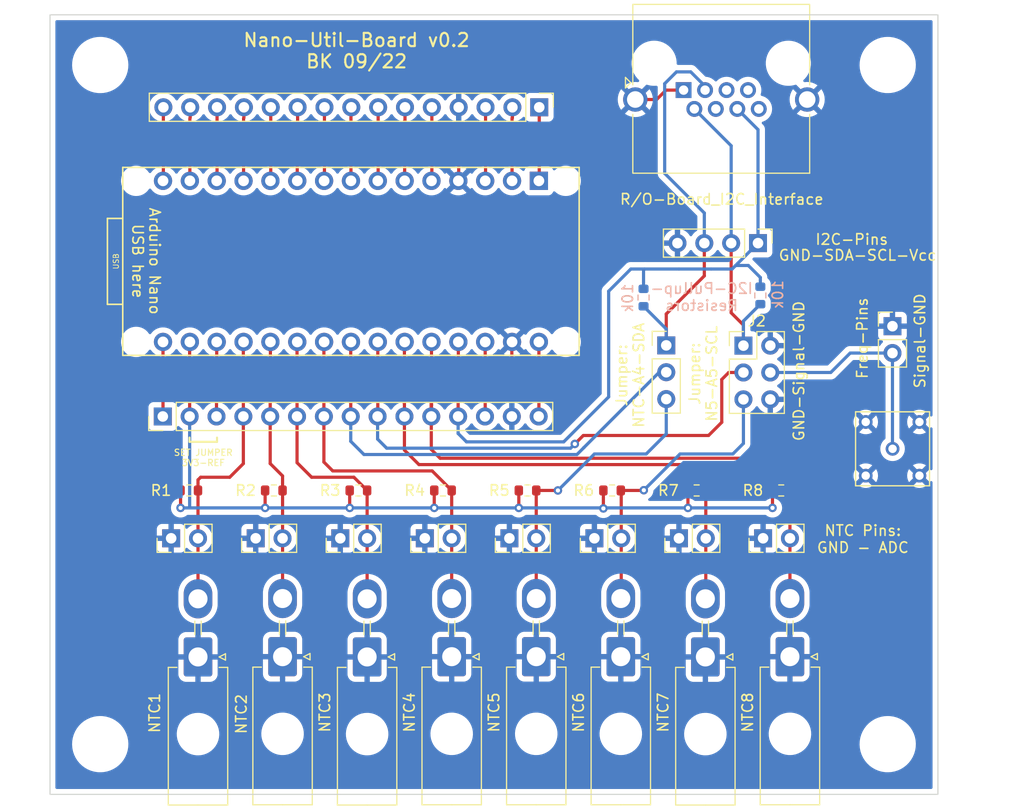
<source format=kicad_pcb>
(kicad_pcb (version 20211014) (generator pcbnew)
  (layers (0 "F.Cu" signal) (31 "B.Cu" signal) (34 "B.Paste" user) (35 "F.Paste" user) (36 "B.SilkS" user "B.Silkscreen") (37 "F.SilkS" user "F.Silkscreen") (38 "B.Mask" user) (39 "F.Mask" user) (44 "Edge.Cuts" user))
  (net 0 "")
  (net 1 "D13")
  (net 2 "3V3_Ard")
  (net 3 "AREF")
  (net 4 "A0")
  (net 5 "A1")
  (net 6 "A2")
  (net 7 "A3")
  (net 8 "A5")
  (net 9 "A6")
  (net 10 "A7")
  (net 11 "5V_Ard")
  (net 12 "TX1")
  (net 13 "RX0")
  (net 14 "RST1")
  (net 15 "D2")
  (net 16 "D3")
  (net 17 "D4")
  (net 18 "D5")
  (net 19 "D6")
  (net 20 "D7")
  (net 21 "D8")
  (net 22 "D9")
  (net 23 "D10")
  (net 24 "D11")
  (net 25 "D12")
  (net 26 "A4")
  (net 27 "RST2")
  (net 32 "Vin_Ard")
  (net 33 "SCL")
  (net 34 "SDA")
  (net 35 "N4")
  (net 36 "N5")
  (net 37 "GND")
  (net 38 "Freq")
  (footprint "Connector_RJ:RJ45_Amphenol_RJHSE5380" (layer "F.Cu") (at 149.94 48.125)
    (fp_text reference "R/O-Board_I2C_Interface" (at 3.61 10.325 unlocked) (layer "F.SilkS"))
    (fp_text value "RJ45")
    (pad "" np_thru_hole circle (at -2.79 -2.54) (size 3.25 3.25) (drill 3.25) (layers *.Cu *.Mask))
    (pad "" np_thru_hole circle (at 9.91 -2.54) (size 3.25 3.25) (drill 3.25) (layers *.Cu *.Mask))
    (pad "1" thru_hole rect (at 0 0) (size 1.5 1.5) (drill 0.89) (layers *.Cu *.Mask) (net 37 "GND"))
    (pad "2" thru_hole circle (at 1.016 1.78) (size 1.5 1.5) (drill 0.89) (layers *.Cu *.Mask) (net 33 "SCL"))
    (pad "3" thru_hole circle (at 2.032 0) (size 1.5 1.5) (drill 0.89) (layers *.Cu *.Mask) (net 34 "SDA"))
    (pad "4" thru_hole circle (at 3.048 1.78) (size 1.5 1.5) (drill 0.89) (layers *.Cu *.Mask))
    (pad "5" thru_hole circle (at 4.064 0) (size 1.5 1.5) (drill 0.89) (layers *.Cu *.Mask))
    (pad "6" thru_hole circle (at 5.08 1.78) (size 1.5 1.5) (drill 0.89) (layers *.Cu *.Mask) (net 11 "5V_Ard"))
    (pad "7" thru_hole circle (at 6.096 0) (size 1.5 1.5) (drill 0.89) (layers *.Cu *.Mask))
    (pad "8" thru_hole circle (at 7.112 1.78) (size 1.5 1.5) (drill 0.89) (layers *.Cu *.Mask))
    (pad "SH" thru_hole circle (at 11.69 0.89) (size 2.3 2.3) (drill 1.57) (layers *.Cu *.Mask) (net 37 "GND"))
    (pad "SH" thru_hole circle (at -4.57 0.89) (size 2.3 2.3) (drill 1.57) (layers *.Cu *.Mask) (net 37 "GND"))
  )
  (footprint "MountingHole:MountingHole_4.3mm_M4" (layer "F.Cu") (at 94.75 110)
    (fp_text reference "REF**" hide)
    (fp_text value "MountingHole_4.3mm_M4")
    (pad "" np_thru_hole circle (at 0 0) (size 4.3 4.3) (drill 4.3) (layers *.Cu *.Mask))
  )
  (footprint "Resistor_SMD:R_0603_1608Metric" (layer "F.Cu") (at 135.175 86 180)
    (fp_text reference "R5" (at 2.675 0) (layer "F.SilkS"))
    (fp_text value "10k")
    (pad "1" smd roundrect (at -0.825 0 180) (size 0.8 0.95) (layers "F.Cu" "F.Paste" "F.Mask") (net 35 "N4"))
    (pad "2" smd roundrect (at 0.825 0 180) (size 0.8 0.95) (layers "F.Cu" "F.Paste" "F.Mask") (net 2 "3V3_Ard"))
  )
  (footprint "Resistor_SMD:R_0603_1608Metric" (layer "F.Cu") (at 119.175 86 180)
    (fp_text reference "R3" (at 2.675 0) (layer "F.SilkS"))
    (fp_text value "10k")
    (pad "1" smd roundrect (at -0.825 0 180) (size 0.8 0.95) (layers "F.Cu" "F.Paste" "F.Mask") (net 6 "A2"))
    (pad "2" smd roundrect (at 0.825 0 180) (size 0.8 0.95) (layers "F.Cu" "F.Paste" "F.Mask") (net 2 "3V3_Ard"))
  )
  (footprint "Resistor_SMD:R_0603_1608Metric" (layer "F.Cu") (at 103.175 86 180)
    (fp_text reference "R1" (at 2.675 0) (layer "F.SilkS"))
    (fp_text value "10k")
    (pad "1" smd roundrect (at -0.825 0 180) (size 0.8 0.95) (layers "F.Cu" "F.Paste" "F.Mask") (net 4 "A0"))
    (pad "2" smd roundrect (at 0.825 0 180) (size 0.8 0.95) (layers "F.Cu" "F.Paste" "F.Mask") (net 2 "3V3_Ard"))
  )
  (footprint "Resistor_SMD:R_0603_1608Metric" (layer "F.Cu") (at 127.175 86 180)
    (fp_text reference "R4" (at 2.675 0) (layer "F.SilkS"))
    (fp_text value "10k")
    (pad "1" smd roundrect (at -0.825 0 180) (size 0.8 0.95) (layers "F.Cu" "F.Paste" "F.Mask") (net 7 "A3"))
    (pad "2" smd roundrect (at 0.825 0 180) (size 0.8 0.95) (layers "F.Cu" "F.Paste" "F.Mask") (net 2 "3V3_Ard"))
  )
  (footprint "Connector_PinHeader_2.54mm:PinHeader_1x02_P2.54mm_Vertical" (layer "F.Cu") (at 149.5 90.525 90)
    (fp_text reference "NTC6-Pin1" hide)
    (fp_text value "Pin-Header 01x02")
    (pad "1" thru_hole rect (at 0 0 90) (size 1.7 1.7) (drill 1) (layers *.Cu *.Mask) (net 37 "GND"))
    (pad "2" thru_hole oval (at 0 2.54 90) (size 1.7 1.7) (drill 1) (layers *.Cu *.Mask) (net 9 "A6"))
  )
  (footprint "Connector_PinHeader_2.54mm:PinHeader_1x04_P2.54mm_Vertical" (layer "F.Cu") (at 156.98 62.6 -90)
    (fp_text reference "I2C-Pins" (at -0.35 -8.87 180) (layer "F.SilkS"))
    (fp_text value "Conn_01x04_Male")
    (pad "1" thru_hole rect (at 0 0 270) (size 1.7 1.7) (drill 1) (layers *.Cu *.Mask) (net 11 "5V_Ard"))
    (pad "2" thru_hole oval (at 0 2.54 270) (size 1.7 1.7) (drill 1) (layers *.Cu *.Mask) (net 33 "SCL"))
    (pad "3" thru_hole oval (at 0 5.08 270) (size 1.7 1.7) (drill 1) (layers *.Cu *.Mask) (net 34 "SDA"))
    (pad "4" thru_hole oval (at 0 7.62 270) (size 1.7 1.7) (drill 1) (layers *.Cu *.Mask) (net 37 "GND"))
  )
  (footprint "Resistor_SMD:R_0603_1608Metric" (layer "F.Cu") (at 111.175 86 180)
    (fp_text reference "R2" (at 2.675 0) (layer "F.SilkS"))
    (fp_text value "10k")
    (pad "1" smd roundrect (at -0.825 0 180) (size 0.8 0.95) (layers "F.Cu" "F.Paste" "F.Mask") (net 5 "A1"))
    (pad "2" smd roundrect (at 0.825 0 180) (size 0.8 0.95) (layers "F.Cu" "F.Paste" "F.Mask") (net 2 "3V3_Ard"))
  )
  (footprint "Connector_PinHeader_2.54mm:PinHeader_1x02_P2.54mm_Vertical" (layer "F.Cu") (at 169.7 70.46)
    (fp_text reference "Freq-Pins" (at -2.85 1.14 270) (layer "F.SilkS"))
    (fp_text value "Conn_01x02")
    (pad "1" thru_hole rect (at 0 0) (size 1.7 1.7) (drill 1) (layers *.Cu *.Mask) (net 37 "GND"))
    (pad "2" thru_hole oval (at 0 2.54) (size 1.7 1.7) (drill 1) (layers *.Cu *.Mask) (net 38 "Freq"))
  )
  (footprint "Connector_PinHeader_2.54mm:PinHeader_1x15_P2.54mm_Vertical" (layer "F.Cu") (at 136.283 49.75 -90)
    (fp_text reference "ArdTopPins1" hide)
    (fp_text value "Conn_01x15_Male")
    (pad "1" thru_hole rect (at 0 0 270) (size 1.7 1.7) (drill 1) (layers *.Cu *.Mask) (net 13 "RX0"))
    (pad "2" thru_hole oval (at 0 2.54 270) (size 1.7 1.7) (drill 1) (layers *.Cu *.Mask) (net 12 "TX1"))
    (pad "3" thru_hole oval (at 0 5.08 270) (size 1.7 1.7) (drill 1) (layers *.Cu *.Mask) (net 14 "RST1"))
    (pad "4" thru_hole oval (at 0 7.62 270) (size 1.7 1.7) (drill 1) (layers *.Cu *.Mask) (net 37 "GND"))
    (pad "5" thru_hole oval (at 0 10.16 270) (size 1.7 1.7) (drill 1) (layers *.Cu *.Mask) (net 15 "D2"))
    (pad "6" thru_hole oval (at 0 12.7 270) (size 1.7 1.7) (drill 1) (layers *.Cu *.Mask) (net 16 "D3"))
    (pad "7" thru_hole oval (at 0 15.24 270) (size 1.7 1.7) (drill 1) (layers *.Cu *.Mask) (net 17 "D4"))
    (pad "8" thru_hole oval (at 0 17.78 270) (size 1.7 1.7) (drill 1) (layers *.Cu *.Mask) (net 18 "D5"))
    (pad "9" thru_hole oval (at 0 20.32 270) (size 1.7 1.7) (drill 1) (layers *.Cu *.Mask) (net 19 "D6"))
    (pad "10" thru_hole oval (at 0 22.86 270) (size 1.7 1.7) (drill 1) (layers *.Cu *.Mask) (net 20 "D7"))
    (pad "11" thru_hole oval (at 0 25.4 270) (size 1.7 1.7) (drill 1) (layers *.Cu *.Mask) (net 21 "D8"))
    (pad "12" thru_hole oval (at 0 27.94 270) (size 1.7 1.7) (drill 1) (layers *.Cu *.Mask) (net 22 "D9"))
    (pad "13" thru_hole oval (at 0 30.48 270) (size 1.7 1.7) (drill 1) (layers *.Cu *.Mask) (net 23 "D10"))
    (pad "14" thru_hole oval (at 0 33.02 270) (size 1.7 1.7) (drill 1) (layers *.Cu *.Mask) (net 24 "D11"))
    (pad "15" thru_hole oval (at 0 35.56 270) (size 1.7 1.7) (drill 1) (layers *.Cu *.Mask) (net 25 "D12"))
  )
  (footprint "Connector_PinHeader_2.54mm:PinHeader_2x03_P2.54mm_Vertical" (layer "F.Cu") (at 155.6 72.3)
    (fp_text reference "J2" (at 1.27 -2.33) (layer "F.SilkS"))
    (fp_text value "Conn_02x03_Odd_Even")
    (pad "1" thru_hole rect (at 0 0) (size 1.7 1.7) (drill 1) (layers *.Cu *.Mask) (net 33 "SCL"))
    (pad "2" thru_hole oval (at 2.54 0) (size 1.7 1.7) (drill 1) (layers *.Cu *.Mask) (net 37 "GND"))
    (pad "3" thru_hole oval (at 0 2.54) (size 1.7 1.7) (drill 1) (layers *.Cu *.Mask) (net 8 "A5"))
    (pad "4" thru_hole oval (at 2.54 2.54) (size 1.7 1.7) (drill 1) (layers *.Cu *.Mask) (net 38 "Freq"))
    (pad "5" thru_hole oval (at 0 5.08) (size 1.7 1.7) (drill 1) (layers *.Cu *.Mask) (net 36 "N5"))
    (pad "6" thru_hole oval (at 2.54 5.08) (size 1.7 1.7) (drill 1) (layers *.Cu *.Mask) (net 37 "GND"))
  )
  (footprint "Connector_Molex:Molex_Mini-Fit_Jr_5569-02A2_2x01_P4.20mm_Horizontal" (layer "F.Cu") (at 144 101.725 180)
    (fp_text reference "NTC6" (at 4 -5.275 90) (layer "F.SilkS"))
    (fp_text value "Molex01x02")
    (pad "" np_thru_hole circle (at 0 -7.3 180) (size 3 3) (drill 3) (layers *.Cu *.Mask))
    (pad "1" thru_hole roundrect (at 0 0 180) (size 2.7 3.7) (drill 1.8) (layers *.Cu *.Mask) (roundrect_rratio 0.09259296296) (net 37 "GND"))
    (pad "2" thru_hole oval (at 0 5.5 180) (size 2.7 3.7) (drill 1.8) (layers *.Cu *.Mask) (net 36 "N5"))
  )
  (footprint "Resistor_SMD:R_0603_1608Metric" (layer "F.Cu") (at 151.175 86 180)
    (fp_text reference "R7" (at 2.675 0) (layer "F.SilkS"))
    (fp_text value "10k")
    (pad "1" smd roundrect (at -0.825 0 180) (size 0.8 0.95) (layers "F.Cu" "F.Paste" "F.Mask") (net 9 "A6"))
    (pad "2" smd roundrect (at 0.825 0 180) (size 0.8 0.95) (layers "F.Cu" "F.Paste" "F.Mask") (net 2 "3V3_Ard"))
  )
  (footprint "OwnFootprints:EPL.00.250.NTN" (layer "F.Cu") (at 169.71 82.06)
    (fp_text reference "J3" hide)
    (fp_text value "LEMO2")
    (pad "1" thru_hole circle locked (at 0 0) (size 1.3 1.3) (drill 0.8) (layers *.Cu *.Mask) (net 38 "Freq"))
    (pad "GND" thru_hole circle locked (at 2.54 -2.54) (size 1.3 1.3) (drill 0.8) (layers *.Cu *.Mask) (net 37 "GND"))
    (pad "S1" thru_hole circle locked (at -2.54 -2.54) (size 1.3 1.3) (drill 0.8) (layers *.Cu *.Mask) (net 37 "GND"))
    (pad "S2" thru_hole circle locked (at -2.54 2.54) (size 1.3 1.3) (drill 0.8) (layers *.Cu *.Mask) (net 37 "GND"))
    (pad "S3" thru_hole circle locked (at 2.54 2.54) (size 1.3 1.3) (drill 0.8) (layers *.Cu *.Mask) (net 37 "GND"))
  )
  (footprint "Connector_PinHeader_2.54mm:PinHeader_1x02_P2.54mm_Vertical" (layer "F.Cu") (at 157.46 90.525 90)
    (fp_text reference "NTC7-Pin1" hide)
    (fp_text value "Pin-Header 01x02")
    (pad "1" thru_hole rect (at 0 0 90) (size 1.7 1.7) (drill 1) (layers *.Cu *.Mask) (net 37 "GND"))
    (pad "2" thru_hole oval (at 0 2.54 90) (size 1.7 1.7) (drill 1) (layers *.Cu *.Mask) (net 10 "A7"))
  )
  (footprint "Shields:Arduino_Nano_Socket" (layer "F.Cu") (at 96.88 64.328 -90)
    (fp_text reference "XA1" hide)
    (fp_text value "Arduino_Nano_Socket")
    (fp_text user "USB" (at 0 0.635 90) (layer "F.SilkS") (effects (font (size 0.5 0.5) (thickness 0.075))))
    (pad "" np_thru_hole circle locked (at -7.62 -1.27 270) (size 1.85 1.85) (drill 1.85) (layers *.Cu *.Mask))
    (pad "" np_thru_hole circle locked (at -7.62 -41.91 270) (size 1.85 1.85) (drill 1.85) (layers *.Cu *.Mask))
    (pad "" np_thru_hole circle locked (at 7.62 -41.91 270) (size 1.85 1.85) (drill 1.85) (layers *.Cu *.Mask))
    (pad "" np_thru_hole circle locked (at 7.62 -1.27 270) (size 1.85 1.85) (drill 1.85) (layers *.Cu *.Mask))
    (pad "3V3" thru_hole circle locked (at 7.62 -6.35 270) (size 1.7272 1.7272) (drill 1.016) (layers *.Cu *.Mask) (net 2 "3V3_Ard"))
    (pad "5V" thru_hole circle locked (at 7.62 -31.75 270) (size 1.7272 1.7272) (drill 1.016) (layers *.Cu *.Mask) (net 11 "5V_Ard"))
    (pad "A0" thru_hole circle locked (at 7.62 -11.43 270) (size 1.7272 1.7272) (drill 1.016) (layers *.Cu *.Mask) (net 4 "A0"))
    (pad "A1" thru_hole circle locked (at 7.62 -13.97 270) (size 1.7272 1.7272) (drill 1.016) (layers *.Cu *.Mask) (net 5 "A1"))
    (pad "A2" thru_hole circle locked (at 7.62 -16.51 270) (size 1.7272 1.7272) (drill 1.016) (layers *.Cu *.Mask) (net 6 "A2"))
    (pad "A3" thru_hole circle locked (at 7.62 -19.05 270) (size 1.7272 1.7272) (drill 1.016) (layers *.Cu *.Mask) (net 7 "A3"))
    (pad "A4" thru_hole circle locked (at 7.62 -21.59 270) (size 1.7272 1.7272) (drill 1.016) (layers *.Cu *.Mask) (net 26 "A4"))
    (pad "A5" thru_hole circle locked (at 7.62 -24.13 270) (size 1.7272 1.7272) (drill 1.016) (layers *.Cu *.Mask) (net 8 "A5"))
    (pad "A6" thru_hole circle locked (at 7.62 -26.67 270) (size 1.7272 1.7272) (drill 1.016) (layers *.Cu *.Mask) (net 9 "A6"))
    (pad "A7" thru_hole circle locked (at 7.62 -29.21 270) (size 1.7272 1.7272) (drill 1.016) (layers *.Cu *.Mask) (net 10 "A7"))
    (pad "AREF" thru_hole circle locked (at 7.62 -8.89 270) (size 1.7272 1.7272) (drill 1.016) (layers *.Cu *.Mask) (net 3 "AREF"))
    (pad "D0" thru_hole circle locked (at -7.62 -36.83 270) (size 1.7272 1.7272) (drill 1.016) (layers *.Cu *.Mask) (net 12 "TX1"))
    (pad "D1" thru_hole rect locked (at -7.62 -39.37 270) (size 1.7272 1.7272) (drill 1.016) (layers *.Cu *.Mask) (net 13 "RX0"))
    (pad "D2" thru_hole circle locked (at -7.62 -29.21 270) (size 1.7272 1.7272) (drill 1.016) (layers *.Cu *.Mask) (net 15 "D2"))
    (pad "D3" thru_hole circle locked (at -7.62 -26.67 270) (size 1.7272 1.7272) (drill 1.016) (layers *.Cu *.Mask) (net 16 "D3"))
    (pad "D4" thru_hole circle locked (at -7.62 -24.13 270) (size 1.7272 1.7272) (drill 1.016) (layers *.Cu *.Mask) (net 17 "D4"))
    (pad "D5" thru_hole circle locked (at -7.62 -21.59 270) (size 1.7272 1.7272) (drill 1.016) (layers *.Cu *.Mask) (net 18 "D5"))
    (pad "D6" thru_hole circle locked (at -7.62 -19.05 270) (size 1.7272 1.7272) (drill 1.016) (layers *.Cu *.Mask) (net 19 "D6"))
    (pad "D7" thru_hole circle locked (at -7.62 -16.51 270) (size 1.7272 1.7272) (drill 1.016) (layers *.Cu *.Mask) (net 20 "D7"))
    (pad "D8" thru_hole circle locked (at -7.62 -13.97 270) (size 1.7272 1.7272) (drill 1.016) (layers *.Cu *.Mask) (net 21 "D8"))
    (pad "D9" thru_hole circle locked (at -7.62 -11.43 270) (size 1.7272 1.7272) (drill 1.016) (layers *.Cu *.Mask) (net 22 "D9"))
    (pad "D10" thru_hole circle locked (at -7.62 -8.89 270) (size 1.7272 1.7272) (drill 1.016) (layers *.Cu *.Mask) (net 23 "D10"))
    (pad "D11" thru_hole circle locked (at -7.62 -6.35 270) (size 1.7272 1.7272) (drill 1.016) (layers *.Cu *.Mask) (net 24 "D11"))
    (pad "D12" thru_hole circle locked (at -7.62 -3.81 270) (size 1.7272 1.7272) (drill 1.016) (layers *.Cu *.Mask) (net 25 "D12"))
    (pad "D13" thru_hole circle locked (at 7.62 -3.81 270) (size 1.7272 1.7272) (drill 1.016) (layers *.Cu *.Mask) (net 1 "D13"))
    (pad "GND1" thru_hole circle locked (at -7.62 -31.75 270) (size 1.7272 1.7272) (drill 1.016) (layers *.Cu *.Mask) (net 37 "GND"))
    (pad "GND2" thru_hole circle locked (at 7.62 -36.83 270) (size 1.7272 1.7272) (drill 1.016) (layers *.Cu *.Mask) (net 37 "GND"))
    (pad "RST1" thru_hole circle locked (at -7.62 -34.29 270) (size 1.7272 1.7272) (drill 1.016) (layers *.Cu *.Mask) (net 14 "RST1"))
    (pad "RST2" thru_hole circle locked (at 7.62 -34.29 270) (size 1.7272 1.7272) (drill 1.016) (layers *.Cu *.Mask) (net 27 "RST2"))
    (pad "VIN" thru_hole circle locked (at 7.62 -39.37 270) (size 1.7272 1.7272) (drill 1.016) (layers *.Cu *.Mask) (net 32 "Vin_Ard"))
  )
  (footprint "Connector_Molex:Molex_Mini-Fit_Jr_5569-02A2_2x01_P4.20mm_Horizontal" (layer "F.Cu") (at 104 101.75 180)
    (fp_text reference "NTC1" (at 4.1 -5.3 90) (layer "F.SilkS"))
    (fp_text value "Molex01x02")
    (pad "" np_thru_hole circle (at 0 -7.3 180) (size 3 3) (drill 3) (layers *.Cu *.Mask))
    (pad "1" thru_hole roundrect (at 0 0 180) (size 2.7 3.7) (drill 1.8) (layers *.Cu *.Mask) (roundrect_rratio 0.09259296296) (net 37 "GND"))
    (pad "2" thru_hole oval (at 0 5.5 180) (size 2.7 3.7) (drill 1.8) (layers *.Cu *.Mask) (net 4 "A0"))
  )
  (footprint "MountingHole:MountingHole_4.3mm_M4" (layer "F.Cu") (at 94.75 45.75)
    (fp_text reference "REF**" hide)
    (fp_text value "MountingHole_4.3mm_M4")
    (pad "" np_thru_hole circle (at 0 0) (size 4.3 4.3) (drill 4.3) (layers *.Cu *.Mask))
  )
  (footprint "Connector_PinHeader_2.54mm:PinHeader_1x02_P2.54mm_Vertical" (layer "F.Cu") (at 125.46 90.525 90)
    (fp_text reference "NTC3-Pin1" hide)
    (fp_text value "Pin-Header 01x02")
    (pad "1" thru_hole rect (at 0 0 90) (size 1.7 1.7) (drill 1) (layers *.Cu *.Mask) (net 37 "GND"))
    (pad "2" thru_hole oval (at 0 2.54 90) (size 1.7 1.7) (drill 1) (layers *.Cu *.Mask) (net 7 "A3"))
  )
  (footprint "Resistor_SMD:R_0603_1608Metric" (layer "F.Cu") (at 143.175 86 180)
    (fp_text reference "R6" (at 2.675 0) (layer "F.SilkS"))
    (fp_text value "10k")
    (pad "1" smd roundrect (at -0.825 0 180) (size 0.8 0.95) (layers "F.Cu" "F.Paste" "F.Mask") (net 36 "N5"))
    (pad "2" smd roundrect (at 0.825 0 180) (size 0.8 0.95) (layers "F.Cu" "F.Paste" "F.Mask") (net 2 "3V3_Ard"))
  )
  (footprint "Connector_Molex:Molex_Mini-Fit_Jr_5569-02A2_2x01_P4.20mm_Horizontal" (layer "F.Cu") (at 152 101.75 180)
    (fp_text reference "NTC7" (at 4 -5.25 90) (layer "F.SilkS"))
    (fp_text value "Molex01x02")
    (pad "" np_thru_hole circle (at 0 -7.3 180) (size 3 3) (drill 3) (layers *.Cu *.Mask))
    (pad "1" thru_hole roundrect (at 0 0 180) (size 2.7 3.7) (drill 1.8) (layers *.Cu *.Mask) (roundrect_rratio 0.09259296296) (net 37 "GND"))
    (pad "2" thru_hole oval (at 0 5.5 180) (size 2.7 3.7) (drill 1.8) (layers *.Cu *.Mask) (net 9 "A6"))
  )
  (footprint "MountingHole:MountingHole_4.3mm_M4" (layer "F.Cu") (at 169.25 45.75)
    (fp_text reference "REF**" hide)
    (fp_text value "MountingHole_4.3mm_M4")
    (pad "" np_thru_hole circle (at 0 0) (size 4.3 4.3) (drill 4.3) (layers *.Cu *.Mask))
  )
  (footprint "MountingHole:MountingHole_4.3mm_M4" (layer "F.Cu") (at 169.25 110)
    (fp_text reference "REF**" hide)
    (fp_text value "MountingHole_4.3mm_M4")
    (pad "" np_thru_hole circle (at 0 0) (size 4.3 4.3) (drill 4.3) (layers *.Cu *.Mask))
  )
  (footprint "Connector_Molex:Molex_Mini-Fit_Jr_5569-02A2_2x01_P4.20mm_Horizontal" (layer "F.Cu") (at 136 101.725 180)
    (fp_text reference "NTC5" (at 4 -5.275 90) (layer "F.SilkS"))
    (fp_text value "Molex01x02")
    (pad "" np_thru_hole circle (at 0 -7.3 180) (size 3 3) (drill 3) (layers *.Cu *.Mask))
    (pad "1" thru_hole roundrect (at 0 0 180) (size 2.7 3.7) (drill 1.8) (layers *.Cu *.Mask) (roundrect_rratio 0.09259296296) (net 37 "GND"))
    (pad "2" thru_hole oval (at 0 5.5 180) (size 2.7 3.7) (drill 1.8) (layers *.Cu *.Mask) (net 35 "N4"))
  )
  (footprint "Connector_Molex:Molex_Mini-Fit_Jr_5569-02A2_2x01_P4.20mm_Horizontal" (layer "F.Cu") (at 120 101.75 180)
    (fp_text reference "NTC3" (at 4 -5.25 90) (layer "F.SilkS"))
    (fp_text value "Molex01x02")
    (pad "" np_thru_hole circle (at 0 -7.3 180) (size 3 3) (drill 3) (layers *.Cu *.Mask))
    (pad "1" thru_hole roundrect (at 0 0 180) (size 2.7 3.7) (drill 1.8) (layers *.Cu *.Mask) (roundrect_rratio 0.09259296296) (net 37 "GND"))
    (pad "2" thru_hole oval (at 0 5.5 180) (size 2.7 3.7) (drill 1.8) (layers *.Cu *.Mask) (net 6 "A2"))
  )
  (footprint "Connector_PinHeader_2.54mm:PinHeader_1x03_P2.54mm_Vertical" (layer "F.Cu") (at 148.3 72.275)
    (fp_text reference "J1" hide)
    (fp_text value "PinHeader")
    (pad "1" thru_hole rect (at 0 0) (size 1.7 1.7) (drill 1) (layers *.Cu *.Mask) (net 34 "SDA"))
    (pad "2" thru_hole oval (at 0 2.54) (size 1.7 1.7) (drill 1) (layers *.Cu *.Mask) (net 26 "A4"))
    (pad "3" thru_hole oval (at 0 5.08) (size 1.7 1.7) (drill 1) (layers *.Cu *.Mask) (net 35 "N4"))
  )
  (footprint "Connector_Molex:Molex_Mini-Fit_Jr_5569-02A2_2x01_P4.20mm_Horizontal" (layer "F.Cu") (at 128 101.725 180)
    (fp_text reference "NTC4" (at 4 -5.275 90) (layer "F.SilkS"))
    (fp_text value "Molex01x02")
    (pad "" np_thru_hole circle (at 0 -7.3 180) (size 3 3) (drill 3) (layers *.Cu *.Mask))
    (pad "1" thru_hole roundrect (at 0 0 180) (size 2.7 3.7) (drill 1.8) (layers *.Cu *.Mask) (roundrect_rratio 0.09259296296) (net 37 "GND"))
    (pad "2" thru_hole oval (at 0 5.5 180) (size 2.7 3.7) (drill 1.8) (layers *.Cu *.Mask) (net 7 "A3"))
  )
  (footprint "Connector_Molex:Molex_Mini-Fit_Jr_5569-02A2_2x01_P4.20mm_Horizontal" (layer "F.Cu") (at 160 101.725 180)
    (fp_text reference "NTC8" (at 4 -5.275 90) (layer "F.SilkS"))
    (fp_text value "Molex01x02")
    (pad "" np_thru_hole circle (at 0 -7.3 180) (size 3 3) (drill 3) (layers *.Cu *.Mask))
    (pad "1" thru_hole roundrect (at 0 0 180) (size 2.7 3.7) (drill 1.8) (layers *.Cu *.Mask) (roundrect_rratio 0.09259296296) (net 37 "GND"))
    (pad "2" thru_hole oval (at 0 5.5 180) (size 2.7 3.7) (drill 1.8) (layers *.Cu *.Mask) (net 10 "A7"))
  )
  (footprint "Connector_Molex:Molex_Mini-Fit_Jr_5569-02A2_2x01_P4.20mm_Horizontal" (layer "F.Cu") (at 112 101.725 180)
    (fp_text reference "NTC2" (at 3.9 -5.425 90) (layer "F.SilkS"))
    (fp_text value "Molex01x02")
    (pad "" np_thru_hole circle (at 0 -7.3 180) (size 3 3) (drill 3) (layers *.Cu *.Mask))
    (pad "1" thru_hole roundrect (at 0 0 180) (size 2.7 3.7) (drill 1.8) (layers *.Cu *.Mask) (roundrect_rratio 0.09259296296) (net 37 "GND"))
    (pad "2" thru_hole oval (at 0 5.5 180) (size 2.7 3.7) (drill 1.8) (layers *.Cu *.Mask) (net 5 "A1"))
  )
  (footprint "Connector_PinHeader_2.54mm:PinHeader_1x02_P2.54mm_Vertical" (layer "F.Cu") (at 141.5 90.525 90)
    (fp_text reference "NTC5-Pin1" hide)
    (fp_text value "Pin-Header 01x02")
    (pad "1" thru_hole rect (at 0 0 90) (size 1.7 1.7) (drill 1) (layers *.Cu *.Mask) (net 37 "GND"))
    (pad "2" thru_hole oval (at 0 2.54 90) (size 1.7 1.7) (drill 1) (layers *.Cu *.Mask) (net 36 "N5"))
  )
  (footprint "Connector_PinHeader_2.54mm:PinHeader_1x02_P2.54mm_Vertical" (layer "F.Cu") (at 101.46 90.525 90)
    (fp_text reference "NTC0-Pin1" hide)
    (fp_text value "Pin-Header 01x02")
    (pad "1" thru_hole rect (at 0 0 90) (size 1.7 1.7) (drill 1) (layers *.Cu *.Mask) (net 37 "GND"))
    (pad "2" thru_hole oval (at 0 2.54 90) (size 1.7 1.7) (drill 1) (layers *.Cu *.Mask) (net 4 "A0"))
  )
  (footprint "Resistor_SMD:R_0603_1608Metric" (layer "F.Cu") (at 159.175 86 180)
    (fp_text reference "R8" (at 2.675 0) (layer "F.SilkS"))
    (fp_text value "10k")
    (pad "1" smd roundrect (at -0.825 0 180) (size 0.8 0.95) (layers "F.Cu" "F.Paste" "F.Mask") (net 10 "A7"))
    (pad "2" smd roundrect (at 0.825 0 180) (size 0.8 0.95) (layers "F.Cu" "F.Paste" "F.Mask") (net 2 "3V3_Ard"))
  )
  (footprint "Connector_PinHeader_2.54mm:PinHeader_1x02_P2.54mm_Vertical" (layer "F.Cu") (at 133.46 90.525 90)
    (fp_text reference "NTC4-Pin1" hide)
    (fp_text value "Pin-Header 01x02")
    (pad "1" thru_hole rect (at 0 0 90) (size 1.7 1.7) (drill 1) (layers *.Cu *.Mask) (net 37 "GND"))
    (pad "2" thru_hole oval (at 0 2.54 90) (size 1.7 1.7) (drill 1) (layers *.Cu *.Mask) (net 35 "N4"))
  )
  (footprint "Connector_PinHeader_2.54mm:PinHeader_1x02_P2.54mm_Vertical" (layer "F.Cu") (at 109.46 90.525 90)
    (fp_text reference "NTC1-Pin1" hide)
    (fp_text value "Pin-Header 01x02")
    (pad "1" thru_hole rect (at 0 0 90) (size 1.7 1.7) (drill 1) (layers *.Cu *.Mask) (net 37 "GND"))
    (pad "2" thru_hole oval (at 0 2.54 90) (size 1.7 1.7) (drill 1) (layers *.Cu *.Mask) (net 5 "A1"))
  )
  (footprint "Connector_PinHeader_2.54mm:PinHeader_1x15_P2.54mm_Vertical" (layer "F.Cu") (at 100.67 79 90)
    (fp_text reference "ArdNanoBotPins1" hide)
    (fp_text value "01x15_Male")
    (pad "1" thru_hole rect (at 0 0 90) (size 1.7 1.7) (drill 1) (layers *.Cu *.Mask) (net 1 "D13"))
    (pad "2" thru_hole oval (at 0 2.54 90) (size 1.7 1.7) (drill 1) (layers *.Cu *.Mask) (net 2 "3V3_Ard"))
    (pad "3" thru_hole oval (at 0 5.08 90) (size 1.7 1.7) (drill 1) (layers *.Cu *.Mask) (net 3 "AREF"))
    (pad "4" thru_hole oval (at 0 7.62 90) (size 1.7 1.7) (drill 1) (layers *.Cu *.Mask) (net 4 "A0"))
    (pad "5" thru_hole oval (at 0 10.16 90) (size 1.7 1.7) (drill 1) (layers *.Cu *.Mask) (net 5 "A1"))
    (pad "6" thru_hole oval (at 0 12.7 90) (size 1.7 1.7) (drill 1) (layers *.Cu *.Mask) (net 6 "A2"))
    (pad "7" thru_hole oval (at 0 15.24 90) (size 1.7 1.7) (drill 1) (layers *.Cu *.Mask) (net 7 "A3"))
    (pad "8" thru_hole oval (at 0 17.78 90) (size 1.7 1.7) (drill 1) (layers *.Cu *.Mask) (net 26 "A4"))
    (pad "9" thru_hole oval (at 0 20.32 90) (size 1.7 1.7) (drill 1) (layers *.Cu *.Mask) (net 8 "A5"))
    (pad "10" thru_hole oval (at 0 22.86 90) (size 1.7 1.7) (drill 1) (layers *.Cu *.Mask) (net 9 "A6"))
    (pad "11" thru_hole oval (at 0 25.4 90) (size 1.7 1.7) (drill 1) (layers *.Cu *.Mask) (net 10 "A7"))
    (pad "12" thru_hole oval (at 0 27.94 90) (size 1.7 1.7) (drill 1) (layers *.Cu *.Mask) (net 11 "5V_Ard"))
    (pad "13" thru_hole oval (at 0 30.48 90) (size 1.7 1.7) (drill 1) (layers *.Cu *.Mask) (net 27 "RST2"))
    (pad "14" thru_hole oval (at 0 33.02 90) (size 1.7 1.7) (drill 1) (layers *.Cu *.Mask) (net 37 "GND"))
    (pad "15" thru_hole oval (at 0 35.56 90) (size 1.7 1.7) (drill 1) (layers *.Cu *.Mask) (net 32 "Vin_Ard"))
  )
  (footprint "Connector_PinHeader_2.54mm:PinHeader_1x02_P2.54mm_Vertical" (layer "F.Cu") (at 117.46 90.525 90)
    (fp_text reference "NTC2-Pin1" hide)
    (fp_text value "Pin-Header 01x02")
    (pad "1" thru_hole rect (at 0 0 90) (size 1.7 1.7) (drill 1) (layers *.Cu *.Mask) (net 37 "GND"))
    (pad "2" thru_hole oval (at 0 2.54 90) (size 1.7 1.7) (drill 1) (layers *.Cu *.Mask) (net 6 "A2"))
  )
  (footprint "Resistor_SMD:R_0603_1608Metric" (layer "B.Cu") (at 146.15 67.75 -90)
    (fp_text reference "R_Pullup1" hide)
    (fp_text value "10k" (at 0.05 1.5 90) (layer "B.SilkS") (effects (justify mirror)))
    (pad "1" smd roundrect (at -0.825 0 270) (size 0.8 0.95) (layers "B.Cu" "B.Paste" "B.Mask") (net 11 "5V_Ard"))
    (pad "2" smd roundrect (at 0.825 0 270) (size 0.8 0.95) (layers "B.Cu" "B.Paste" "B.Mask") (net 34 "SDA"))
  )
  (footprint "Resistor_SMD:R_0603_1608Metric" (layer "B.Cu") (at 157.2 67.55 -90)
    (fp_text reference "R_Pullup2" hide)
    (fp_text value "10k" (at -0.075 -1.65 90) (layer "B.SilkS") (effects (justify mirror)))
    (pad "1" smd roundrect (at -0.825 0 270) (size 0.8 0.95) (layers "B.Cu" "B.Paste" "B.Mask") (net 11 "5V_Ard"))
    (pad "2" smd roundrect (at 0.825 0 270) (size 0.8 0.95) (layers "B.Cu" "B.Paste" "B.Mask") (net 33 "SCL"))
  )
  (gr_line (start 103.2 81) (end 103.2 81.4) (layer "F.SilkS") (width 0.2))
  (gr_line (start 105.8 81.4) (end 105.8 81) (layer "F.SilkS") (width 0.2))
  (gr_line (start 103.2 81.4) (end 105.8 81.4) (layer "F.SilkS") (width 0.2))
  (gr_rect (start 90 41) (end 174 114.75) (layer "Edge.Cuts") (width 0.1) (fill none))
  (gr_text "I2C-Pullup-\nResistors" (at 151.65 67.7) (layer "B.SilkS") (effects (font (size 1 1)) (justify mirror)))
  (gr_text "SET JUMPER\n3V3-REF" (at 104.5 82.9) (layer "F.SilkS") (effects (font (size 0.6 0.6) (thickness 0.1))))
  (gr_text "Jumper:\nN5-A5-SCL" (at 151.8 74.95 90) (layer "F.SilkS") (effects (font (size 1 1))))
  (gr_text "Nano-Util-Board v0.2\nBK 09/22" (at 119 44.4) (layer "F.SilkS") (effects (font (size 1.25 1.25) (thickness 0.2))))
  (gr_text "Jumper:\nNTC-A4-SDA" (at 144.9 75.1 90) (layer "F.SilkS") (effects (font (size 1 1))))
  (gr_text "Signal-GND" (at 172.3 71.85 90) (layer "F.SilkS") (effects (font (size 1 1))))
  (gr_text "GND-SDA-SCL-Vcc\n" (at 166.4 63.75) (layer "F.SilkS") (effects (font (size 1 1))))
  (gr_text "NTC Pins:\nGND - ADC" (at 166.9 90.6) (layer "F.SilkS") (effects (font (size 1 1))))
  (gr_text "GND-Signal-GND" (at 160.85 74.7 90) (layer "F.SilkS") (effects (font (size 1 1))))
  (gr_text "Arduino Nano\nUSB here" (at 99.1 64.3 270) (layer "F.SilkS") (effects (font (size 1 1))))
  (segment (start 100.69 78.98) (end 100.67 79) (width 0.3) (layer "F.Cu") (net 1))
  (segment (start 100.69 77.978) (end 100.69 78.98) (width 0.3) (layer "F.Cu") (net 1))
  (segment (start 100.69 71.948) (end 100.69 77.978) (width 0.3) (layer "F.Cu") (net 1))
  (segment (start 110.35 86) (end 110.35 87.65) (width 0.3) (layer "F.Cu") (net 2))
  (segment (start 158.35 86) (end 158.35 87.65) (width 0.3) (layer "F.Cu") (net 2))
  (segment (start 134.35 87.65) (end 134.35 86) (width 0.3) (layer "F.Cu") (net 2))
  (segment (start 102.35 86) (end 102.35 87.65) (width 0.3) (layer "F.Cu") (net 2))
  (segment (start 103.208 71.97) (end 103.23 71.948) (width 0.3) (layer "F.Cu") (net 2))
  (segment (start 142.35 86) (end 142.35 87.7) (width 0.3) (layer "F.Cu") (net 2))
  (segment (start 150.35 86) (end 150.35 87.65) (width 0.3) (layer "F.Cu") (net 2))
  (segment (start 126.35 86) (end 126.35 87.65) (width 0.3) (layer "F.Cu") (net 2))
  (segment (start 118.35 86) (end 118.35 87.65) (width 0.3) (layer "F.Cu") (net 2))
  (segment (start 103.208 77.542) (end 103.208 71.97) (width 0.3) (layer "F.Cu") (net 2))
  (segment (start 103.21 77.544) (end 103.208 77.542) (width 0.3) (layer "F.Cu") (net 2))
  (segment (start 103.21 77.544) (end 103.21 79) (width 0.3) (layer "F.Cu") (net 2))
  (via (at 142.35 87.7) (size 0.8) (drill 0.4) (layers "F.Cu" "B.Cu") (net 2))
  (via (at 110.35 87.65) (size 0.8) (drill 0.4) (layers "F.Cu" "B.Cu") (net 2))
  (via (at 134.35 87.65) (size 0.8) (drill 0.4) (layers "F.Cu" "B.Cu") (net 2))
  (via (at 158.35 87.65) (size 0.8) (drill 0.4) (layers "F.Cu" "B.Cu") (net 2))
  (via (at 150.35 87.65) (size 0.8) (drill 0.4) (layers "F.Cu" "B.Cu") (net 2))
  (via (at 126.35 87.65) (size 0.8) (drill 0.4) (layers "F.Cu" "B.Cu") (net 2))
  (via (at 118.35 87.65) (size 0.8) (drill 0.4) (layers "F.Cu" "B.Cu") (net 2))
  (via (at 102.35 87.65) (size 0.8) (drill 0.4) (layers "F.Cu" "B.Cu") (net 2))
  (segment (start 118.4 87.65) (end 126.4 87.65) (width 0.3) (layer "B.Cu") (net 2))
  (segment (start 102.35 87.65) (end 103.25 87.65) (width 0.3) (layer "B.Cu") (net 2))
  (segment (start 150.35 87.65) (end 158.35 87.65) (width 0.3) (layer "B.Cu") (net 2))
  (segment (start 103.25 87.65) (end 110.35 87.65) (width 0.3) (layer "B.Cu") (net 2))
  (segment (start 103.21 79) (end 103.21 87.61) (width 0.3) (layer "B.Cu") (net 2))
  (segment (start 103.21 87.61) (end 103.25 87.65) (width 0.3) (layer "B.Cu") (net 2))
  (segment (start 126.4 87.65) (end 134.5 87.65) (width 0.3) (layer "B.Cu") (net 2))
  (segment (start 110.35 87.65) (end 118.4 87.65) (width 0.3) (layer "B.Cu") (net 2))
  (segment (start 134.5 87.65) (end 142.45 87.65) (width 0.3) (layer "B.Cu") (net 2))
  (segment (start 142.45 87.65) (end 150.35 87.65) (width 0.3) (layer "B.Cu") (net 2))
  (segment (start 105.77 71.948) (end 105.77 77.48) (width 0.3) (layer "F.Cu") (net 3))
  (segment (start 105.75 79) (end 105.75 77.5) (width 0.3) (layer "F.Cu") (net 3))
  (segment (start 104 86.525) (end 104 90.525) (width 0.3) (layer "F.Cu") (net 4))
  (segment (start 108.29 77.464) (end 108.29 79) (width 0.3) (layer "F.Cu") (net 4))
  (segment (start 108.29 83.46) (end 108.29 79) (width 0.3) (layer "F.Cu") (net 4))
  (segment (start 107 84.75) (end 108.29 83.46) (width 0.3) (layer "F.Cu") (net 4))
  (segment (start 108.288 77.462) (end 108.288 71.97) (width 0.3) (layer "F.Cu") (net 4))
  (segment (start 104 90.525) (end 104 96.25) (width 0.3) (layer "F.Cu") (net 4))
  (segment (start 104 85) (end 104.25 84.75) (width 0.3) (layer "F.Cu") (net 4))
  (segment (start 104.25 84.75) (end 107 84.75) (width 0.3) (layer "F.Cu") (net 4))
  (segment (start 108.288 77.462) (end 108.29 77.464) (width 0.3) (layer "F.Cu") (net 4))
  (segment (start 108.288 71.97) (end 108.31 71.948) (width 0.3) (layer "F.Cu") (net 4))
  (segment (start 104 86) (end 104 85) (width 0.3) (layer "F.Cu") (net 4))
  (segment (start 110.83 77.67) (end 110.85 77.65) (width 0.3) (layer "F.Cu") (net 5))
  (segment (start 112 86) (end 112 90.525) (width 0.3) (layer "F.Cu") (net 5))
  (segment (start 110.83 79) (end 110.83 83.455) (width 0.3) (layer "F.Cu") (net 5))
  (segment (start 110.83 79) (end 110.83 77.67) (width 0.3) (layer "F.Cu") (net 5))
  (segment (start 110.85 71.948) (end 110.85 77.65) (width 0.3) (layer "F.Cu") (net 5))
  (segment (start 112 90.525) (end 112 96.225) (width 0.3) (layer "F.Cu") (net 5))
  (segment (start 112 84.625) (end 112 86) (width 0.3) (layer "F.Cu") (net 5))
  (segment (start 110.83 83.455) (end 112 84.625) (width 0.3) (layer "F.Cu") (net 5))
  (segment (start 113.37 77.37) (end 113.37 79) (width 0.3) (layer "F.Cu") (net 6))
  (segment (start 120 90.525) (end 120 96.25) (width 0.3) (layer "F.Cu") (net 6))
  (segment (start 114.75 84.75) (end 118.75 84.75) (width 0.3) (layer "F.Cu") (net 6))
  (segment (start 113.368 71.97) (end 113.39 71.948) (width 0.3) (layer "F.Cu") (net 6))
  (segment (start 118.75 84.75) (end 120 86) (width 0.3) (layer "F.Cu") (net 6))
  (segment (start 120 90.525) (end 120 86) (width 0.3) (layer "F.Cu") (net 6))
  (segment (start 113.368 77.368) (end 113.37 77.37) (width 0.3) (layer "F.Cu") (net 6))
  (segment (start 113.368 77.368) (end 113.368 71.97) (width 0.3) (layer "F.Cu") (net 6))
  (segment (start 113.37 79) (end 113.37 83.37) (width 0.3) (layer "F.Cu") (net 6))
  (segment (start 113.37 83.37) (end 114.75 84.75) (width 0.3) (layer "F.Cu") (net 6))
  (segment (start 128 86) (end 128 90.525) (width 0.3) (layer "F.Cu") (net 7))
  (segment (start 126.15048 84.15048) (end 128 86) (width 0.3) (layer "F.Cu") (net 7))
  (segment (start 115.91 83.31215) (end 116.74833 84.15048) (width 0.3) (layer "F.Cu") (net 7))
  (segment (start 115.91 71.968) (end 115.93 71.948) (width 0.3) (layer "F.Cu") (net 7))
  (segment (start 115.91 79) (end 115.91 83.31215) (width 0.3) (layer "F.Cu") (net 7))
  (segment (start 128 90.525) (end 128 96.225) (width 0.3) (layer "F.Cu") (net 7))
  (segment (start 115.91 79) (end 115.91 71.968) (width 0.3) (layer "F.Cu") (net 7))
  (segment (start 116.74833 84.15048) (end 126.15048 84.15048) (width 0.3) (layer "F.Cu") (net 7))
  (segment (start 140.45 80.8) (end 152.3 80.8) (width 0.3) (layer "F.Cu") (net 8))
  (segment (start 139.65 81.6) (end 140.45 80.8) (width 0.3) (layer "F.Cu") (net 8))
  (segment (start 153.55 79.55) (end 153.55 75.5) (width 0.3) (layer "F.Cu") (net 8))
  (segment (start 154.21 74.84) (end 155.6 74.84) (width 0.3) (layer "F.Cu") (net 8))
  (segment (start 152.3 80.8) (end 153.55 79.55) (width 0.3) (layer "F.Cu") (net 8))
  (segment (start 153.55 75.5) (end 154.21 74.84) (width 0.3) (layer "F.Cu") (net 8))
  (segment (start 121.01 71.948) (end 121.01 78.98) (width 0.3) (layer "F.Cu") (net 8))
  (segment (start 121.01 78.98) (end 120.99 79) (width 0.3) (layer "F.Cu") (net 8))
  (via (at 139.65 81.6) (size 0.8) (drill 0.4) (layers "F.Cu" "B.Cu") (net 8))
  (segment (start 139.25048 81.99952) (end 139.65 81.6) (width 0.3) (layer "B.Cu") (net 8))
  (segment (start 120.99 81.14) (end 121.84952 81.99952) (width 0.3) (layer "B.Cu") (net 8))
  (segment (start 120.99 79) (end 120.99 81.14) (width 0.3) (layer "B.Cu") (net 8))
  (segment (start 121.84952 81.99952) (end 139.25048 81.99952) (width 0.3) (layer "B.Cu") (net 8))
  (segment (start 123.528 71.97) (end 123.528 77.778) (width 0.3) (layer "F.Cu") (net 9))
  (segment (start 150.60096 83.55096) (end 152 84.95) (width 0.3) (layer "F.Cu") (net 9))
  (segment (start 123.55 71.948) (end 123.528 71.97) (width 0.3) (layer "F.Cu") (net 9))
  (segment (start 152.04 90.525) (end 152.04 96.21) (width 0.3) (layer "F.Cu") (net 9))
  (segment (start 152 84.95) (end 152 86) (width 0.3) (layer "F.Cu") (net 9))
  (segment (start 123.53 82.18) (end 124.90096 83.55096) (width 0.3) (layer "F.Cu") (net 9))
  (segment (start 123.528 77.778) (end 123.53 77.78) (width 0.3) (layer "F.Cu") (net 9))
  (segment (start 124.90096 83.55096) (end 150.60096 83.55096) (width 0.3) (layer "F.Cu") (net 9))
  (segment (start 123.53 79) (end 123.53 82.18) (width 0.3) (layer "F.Cu") (net 9))
  (segment (start 152.04 90.525) (end 152.04 86.04) (width 0.3) (layer "F.Cu") (net 9))
  (segment (start 152.04 86.04) (end 152 86) (width 0.3) (layer "F.Cu") (net 9))
  (segment (start 123.53 77.78) (end 123.53 79) (width 0.3) (layer "F.Cu") (net 9))
  (segment (start 158.45144 82.95144) (end 160 84.5) (width 0.3) (layer "F.Cu") (net 10))
  (segment (start 126.07 79) (end 126.07 77.18) (width 0.3) (layer "F.Cu") (net 10))
  (segment (start 126.09 78.98) (end 126.07 79) (width 0.3) (layer "F.Cu") (net 10))
  (segment (start 160 90.525) (end 160 86) (width 0.3) (layer "F.Cu") (net 10))
  (segment (start 126.07 79) (end 126.07 82.12) (width 0.3) (layer "F.Cu") (net 10))
  (segment (start 126.07 77.18) (end 126.09 77.16) (width 0.3) (layer "F.Cu") (net 10))
  (segment (start 126.09 77.84) (end 126.09 78.98) (width 0.3) (layer "F.Cu") (net 10))
  (segment (start 160 90.525) (end 160 96.225) (width 0.3) (layer "F.Cu") (net 10))
  (segment (start 126.068 76.772) (end 126.068 78.432) (width 0.3) (layer "F.Cu") (net 10))
  (segment (start 126.07 82.12) (end 126.90144 82.95144) (width 0.3) (layer "F.Cu") (net 10))
  (segment (start 126.09 77.16) (end 126.09 77.84) (width 0.3) (layer "F.Cu") (net 10))
  (segment (start 126.09 77.84) (end 126.09 77.978) (width 0.3) (layer "F.Cu") (net 10))
  (segment (start 126.09 71.948) (end 126.09 77.16) (width 0.3) (layer "F.Cu") (net 10))
  (segment (start 126.09 77.978) (end 126.068 78) (width 0.3) (layer "F.Cu") (net 10))
  (segment (start 126.90144 82.95144) (end 158.45144 82.95144) (width 0.3) (layer "F.Cu") (net 10))
  (segment (start 160 84.5) (end 160 86) (width 0.3) (layer "F.Cu") (net 10))
  (segment (start 128.63 71.948) (end 128.63 77.63) (width 0.3) (layer "F.Cu") (net 11))
  (segment (start 128.61 77.65) (end 128.61 79) (width 0.3) (layer "F.Cu") (net 11))
  (segment (start 146.15 65.15) (end 146.25 65.05) (width 0.3) (layer "B.Cu") (net 11))
  (segment (start 156.065 64.715) (end 154.865 64.715) (width 0.3) (layer "B.Cu") (net 11))
  (segment (start 142.85 67.15) (end 142.85 77.15) (width 0.3) (layer "B.Cu") (net 11))
  (segment (start 142.85 77.15) (end 138.6 81.4) (width 0.3) (layer "B.Cu") (net 11))
  (segment (start 149.5 65.05) (end 152.55 65.05) (width 0.3) (layer "B.Cu") (net 11))
  (segment (start 154.865 64.715) (end 155.065 64.515) (width 0.3) (layer "B.Cu") (net 11))
  (segment (start 128.61 80.61) (end 128.61 79) (width 0.3) (layer "B.Cu") (net 11))
  (segment (start 157.2 66.725) (end 157.2 65.85) (width 0.3) (layer "B.Cu") (net 11))
  (segment (start 138.6 81.4) (end 129.4 81.4) (width 0.3) (layer "B.Cu") (net 11))
  (segment (start 156.98 62.6) (end 156.98 51.865) (width 0.3) (layer "B.Cu") (net 11))
  (segment (start 144.95 65.05) (end 142.85 67.15) (width 0.3) (layer "B.Cu") (net 11))
  (segment (start 149.5 65.05) (end 146.25 65.05) (width 0.3) (layer "B.Cu") (net 11))
  (segment (start 157.2 65.85) (end 156.065 64.715) (width 0.3) (layer "B.Cu") (net 11))
  (segment (start 155.065 64.515) (end 156.98 62.6) (width 0.3) (layer "B.Cu") (net 11))
  (segment (start 152.55 65.05) (end 154.53 65.05) (width 0.3) (layer "B.Cu") (net 11))
  (segment (start 154.53 65.05) (end 154.865 64.715) (width 0.3) (layer "B.Cu") (net 11))
  (segment (start 146.25 65.05) (end 144.95 65.05) (width 0.3) (layer "B.Cu") (net 11))
  (segment (start 146.15 66.925) (end 146.15 65.15) (width 0.3) (layer "B.Cu") (net 11))
  (segment (start 156.98 51.865) (end 155.02 49.905) (width 0.3) (layer "B.Cu") (net 11))
  (segment (start 129.4 81.4) (end 128.61 80.61) (width 0.3) (layer "B.Cu") (net 11))
  (segment (start 133.743 50.75) (end 133.743 49.75) (width 0.3) (layer "F.Cu") (net 12))
  (segment (start 133.71 56.708) (end 133.71 50.783) (width 0.3) (layer "F.Cu") (net 12))
  (segment (start 133.71 50.783) (end 133.743 50.75) (width 0.3) (layer "F.Cu") (net 12))
  (segment (start 136.25 56.708) (end 136.283 56.675) (width 0.3) (layer "F.Cu") (net 13))
  (segment (start 136.283 56.675) (end 136.283 49.75) (width 0.3) (layer "F.Cu") (net 13))
  (segment (start 131.203 56.675) (end 131.203 49.75) (width 0.3) (layer "F.Cu") (net 14))
  (segment (start 131.17 56.708) (end 131.203 56.675) (width 0.3) (layer "F.Cu") (net 14))
  (segment (start 126.123 56.675) (end 126.123 49.75) (width 0.3) (layer "F.Cu") (net 15))
  (segment (start 126.09 56.708) (end 126.123 56.675) (width 0.3) (layer "F.Cu") (net 15))
  (segment (start 123.55 56.708) (end 123.55 51.05) (width 0.3) (layer "F.Cu") (net 16))
  (segment (start 123.55 51.05) (end 123.583 51.017) (width 0.3) (layer "F.Cu") (net 16))
  (segment (start 123.583 51.017) (end 123.583 49.75) (width 0.3) (layer "F.Cu") (net 16))
  (segment (start 121.043 56.675) (end 121.043 49.75) (width 0.3) (layer "F.Cu") (net 17))
  (segment (start 121.01 56.708) (end 121.043 56.675) (width 0.3) (layer "F.Cu") (net 17))
  (segment (start 118.47 50.783) (end 118.47 49.783) (width 0.3) (layer "F.Cu") (net 18))
  (segment (start 118.47 49.783) (end 118.503 49.75) (width 0.3) (layer "F.Cu") (net 18))
  (segment (start 118.47 56.708) (end 118.47 50.783) (width 0.3) (layer "F.Cu") (net 18))
  (segment (start 115.963 56.675) (end 115.963 49.75) (width 0.3) (layer "F.Cu") (net 19))
  (segment (start 115.93 56.708) (end 115.963 56.675) (width 0.3) (layer "F.Cu") (net 19))
  (segment (start 113.39 51.11) (end 113.423 51.077) (width 0.3) (layer "F.Cu") (net 20))
  (segment (start 113.39 56.708) (end 113.39 51.11) (width 0.3) (layer "F.Cu") (net 20))
  (segment (start 113.423 51.077) (end 113.423 49.75) (width 0.3) (layer "F.Cu") (net 20))
  (segment (start 110.883 56.675) (end 110.883 49.75) (width 0.3) (layer "F.Cu") (net 21))
  (segment (start 110.85 56.708) (end 110.883 56.675) (width 0.3) (layer "F.Cu") (net 21))
  (segment (start 108.343 49.75) (end 108.343 50.75) (width 0.3) (layer "F.Cu") (net 22))
  (segment (start 108.31 56.708) (end 108.31 50.783) (width 0.3) (layer "F.Cu") (net 22))
  (segment (start 105.803 56.675) (end 105.803 49.75) (width 0.3) (layer "F.Cu") (net 23))
  (segment (start 105.77 56.708) (end 105.803 56.675) (width 0.3) (layer "F.Cu") (net 23))
  (segment (start 103.263 49.75) (end 103.263 50.75) (width 0.3) (layer "F.Cu") (net 24))
  (segment (start 103.23 56.708) (end 103.23 50.783) (width 0.3) (layer "F.Cu") (net 24))
  (segment (start 100.723 56.675) (end 100.723 49.75) (width 0.3) (layer "F.Cu") (net 25))
  (segment (start 100.69 56.708) (end 100.723 56.675) (width 0.3) (layer "F.Cu") (net 25))
  (segment (start 118.448 77.698) (end 118.45 77.7) (width 0.3) (layer "F.Cu") (net 26))
  (segment (start 118.448 71.97) (end 118.47 71.948) (width 0.3) (layer "F.Cu") (net 26))
  (segment (start 118.448 77.698) (end 118.448 71.97) (width 0.3) (layer "F.Cu") (net 26))
  (segment (start 118.45 77.7) (end 118.45 79) (width 0.3) (layer "F.Cu") (net 26))
  (segment (start 147.635 74.815) (end 148.3 74.815) (width 0.3) (layer "B.Cu") (net 26))
  (segment (start 118.45 79) (end 118.45 81.35) (width 0.3) (layer "B.Cu") (net 26))
  (segment (start 119.69904 82.59904) (end 139.852351 82.59904) (width 0.3) (layer "B.Cu") (net 26))
  (segment (start 140.499511 81.950489) (end 147.635 74.815) (width 0.3) (layer "B.Cu") (net 26))
  (segment (start 118.45 81.35) (end 119.69904 82.59904) (width 0.3) (layer "B.Cu") (net 26))
  (segment (start 139.852351 82.59904) (end 140.499511 81.95188) (width 0.3) (layer "B.Cu") (net 26))
  (segment (start 140.499511 81.95188) (end 140.499511 81.950489) (width 0.3) (layer "B.Cu") (net 26))
  (segment (start 131.17 71.948) (end 131.17 78.98) (width 0.3) (layer "F.Cu") (net 27))
  (segment (start 136.25 78.98) (end 136.23 79) (width 0.3) (layer "F.Cu") (net 32))
  (segment (start 136.25 71.948) (end 136.25 78.98) (width 0.3) (layer "F.Cu") (net 32))
  (segment (start 154.44 69.19) (end 154.44 62.6) (width 0.3) (layer "F.Cu") (net 33))
  (segment (start 155.6 70.35) (end 154.44 69.19) (width 0.3) (layer "F.Cu") (net 33))
  (segment (start 155.6 72.3) (end 155.6 70.35) (width 0.3) (layer "F.Cu") (net 33))
  (segment (start 155.6 69.975) (end 155.6 72.3) (width 0.3) (layer "B.Cu") (net 33))
  (segment (start 154.44 62.6) (end 154.44 53.389) (width 0.3) (layer "B.Cu") (net 33))
  (segment (start 157.2 68.375) (end 155.6 69.975) (width 0.3) (layer "B.Cu") (net 33))
  (segment (start 154.44 53.389) (end 150.956 49.905) (width 0.3) (layer "B.Cu") (net 33))
  (segment (start 148.3 69.3) (end 148.3 72.275) (width 0.3) (layer "F.Cu") (net 34))
  (segment (start 151.9 65.7) (end 148.3 69.3) (width 0.3) (layer "F.Cu") (net 34))
  (segment (start 151.9 62.6) (end 151.9 65.7) (width 0.3) (layer "F.Cu") (net 34))
  (segment (start 151.9 59.75) (end 151.9 62.6) (width 0.3) (layer "B.Cu") (net 34))
  (segment (start 146.15 68.575) (end 148.3 70.725) (width 0.3) (layer "B.Cu") (net 34))
  (segment (start 148.15 56) (end 151.9 59.75) (width 0.3) (layer "B.Cu") (net 34))
  (segment (start 148.15 47.515978) (end 148.15 56) (width 0.3) (layer "B.Cu") (net 34))
  (segment (start 149.265978 46.4) (end 148.15 47.515978) (width 0.3) (layer "B.Cu") (net 34))
  (segment (start 151.972 47.757978) (end 150.614022 46.4) (width 0.3) (layer "B.Cu") (net 34))
  (segment (start 148.3 70.725) (end 148.3 72.275) (width 0.3) (layer "B.Cu") (net 34))
  (segment (start 150.614022 46.4) (end 149.265978 46.4) (width 0.3) (layer "B.Cu") (net 34))
  (segment (start 151.972 48.125) (end 151.972 47.757978) (width 0.3) (layer "B.Cu") (net 34))
  (segment (start 136 90.525) (end 136 96.225) (width 0.3) (layer "F.Cu") (net 35))
  (segment (start 136 90.525) (end 136 86) (width 0.3) (layer "F.Cu") (net 35))
  (segment (start 138.05 86) (end 136 86) (width 0.3) (layer "F.Cu") (net 35))
  (via (at 138.05 86) (size 0.8) (drill 0.4) (layers "F.Cu" "B.Cu") (net 35))
  (segment (start 146.4 82.55) (end 141.5 82.55) (width 0.3) (layer "B.Cu") (net 35))
  (segment (start 148.3 77.355) (end 148.3 80.65) (width 0.3) (layer "B.Cu") (net 35))
  (segment (start 148.3 80.65) (end 146.4 82.55) (width 0.3) (layer "B.Cu") (net 35))
  (segment (start 141.5 82.55) (end 138.05 86) (width 0.3) (layer "B.Cu") (net 35))
  (segment (start 144 86) (end 146.15 86) (width 0.3) (layer "F.Cu") (net 36))
  (segment (start 144.04 90.525) (end 144.04 96.185) (width 0.3) (layer "F.Cu") (net 36))
  (segment (start 144.04 86.04) (end 144.04 90.525) (width 0.3) (layer "F.Cu") (net 36))
  (segment (start 144 86) (end 144.04 86.04) (width 0.3) (layer "F.Cu") (net 36))
  (via (at 146.175 85.975) (size 0.8) (drill 0.4) (layers "F.Cu" "B.Cu") (net 36))
  (segment (start 149.6 82.55) (end 146.175 85.975) (width 0.3) (layer "B.Cu") (net 36))
  (segment (start 154.6 82.55) (end 149.6 82.55) (width 0.3) (layer "B.Cu") (net 36))
  (segment (start 155.6 77.38) (end 155.6 81.55) (width 0.3) (layer "B.Cu") (net 36))
  (segment (start 155.6 81.55) (end 154.6 82.55) (width 0.3) (layer "B.Cu") (net 36))
  (segment (start 128.663 49.75) (end 128.663 56.675) (width 0.3) (layer "F.Cu") (net 37))
  (segment (start 145.37 49.015) (end 147.385 49.015) (width 0.3) (layer "F.Cu") (net 37))
  (segment (start 133.69 71.968) (end 133.71 71.948) (width 0.3) (layer "F.Cu") (net 37))
  (segment (start 148.275 48.125) (end 149.94 48.125) (width 0.3) (layer "F.Cu") (net 37))
  (segment (start 128.663 56.675) (end 128.63 56.708) (width 0.3) (layer "F.Cu") (net 37))
  (segment (start 133.69 79) (end 133.69 71.968) (width 0.3) (layer "F.Cu") (net 37))
  (segment (start 147.385 49.015) (end 148.275 48.125) (width 0.3) (layer "F.Cu") (net 37))
  (segment (start 165.7 73) (end 169.7 73) (width 0.3) (layer "B.Cu") (net 38))
  (segment (start 169.7 73) (end 169.7 82.05) (width 0.3) (layer "B.Cu") (net 38))
  (segment (start 163.86 74.84) (end 165.7 73) (width 0.3) (layer "B.Cu") (net 38))
  (segment (start 169.7 82.05) (end 169.71 82.06) (width 0.3) (layer "B.Cu") (net 38))
  (segment (start 158.14 74.84) (end 163.86 74.84) (width 0.3) (layer "B.Cu") (net 38))
  (zone (net 37) (net_name "GND") (layer "B.Cu") (connect_pads (clearance 0.508)) (min_thickness 0.254) (fill yes (thermal_gap 0.508) (thermal_bridge_width 0.508))
    (polygon (pts (xy 174 114.75) (xy 90 114.75) (xy 90 41) (xy 174 41)))
  )
)
</source>
